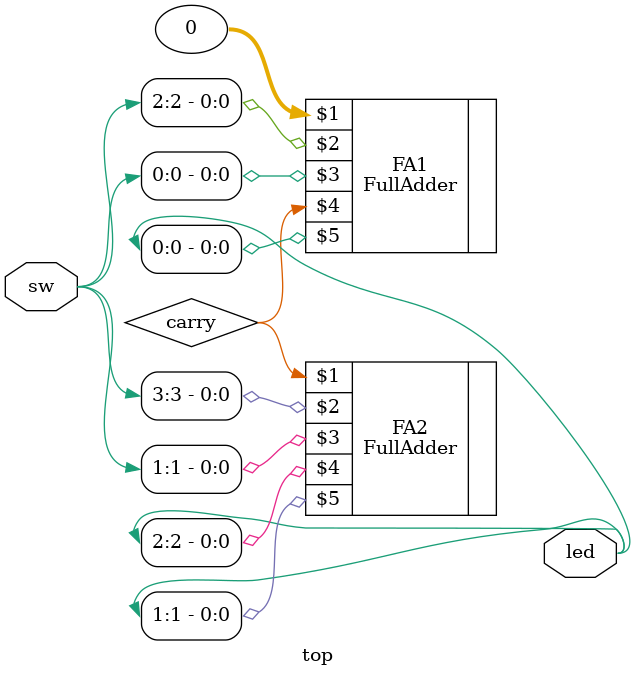
<source format=v>
`timescale 1ns / 1ps


module top(
    output [3:0] led,
    input [3:0] sw
    );
    wire carry;
    FullAdder FA1(0, sw[2], sw[0], carry, led[0]);
    FullAdder FA2(carry, sw[3], sw[1], led[2], led[1]);
    
endmodule

</source>
